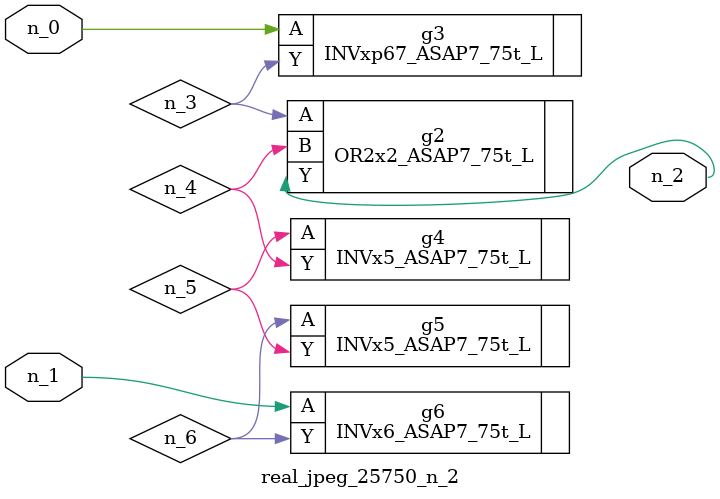
<source format=v>
module real_jpeg_25750_n_2 (n_1, n_0, n_2);

input n_1;
input n_0;

output n_2;

wire n_5;
wire n_4;
wire n_6;
wire n_3;

INVxp67_ASAP7_75t_L g3 ( 
.A(n_0),
.Y(n_3)
);

INVx6_ASAP7_75t_L g6 ( 
.A(n_1),
.Y(n_6)
);

OR2x2_ASAP7_75t_L g2 ( 
.A(n_3),
.B(n_4),
.Y(n_2)
);

INVx5_ASAP7_75t_L g4 ( 
.A(n_5),
.Y(n_4)
);

INVx5_ASAP7_75t_L g5 ( 
.A(n_6),
.Y(n_5)
);


endmodule
</source>
